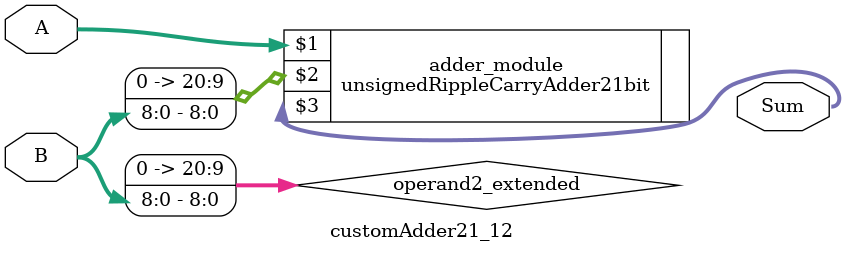
<source format=v>

module customAdder21_12(
                    input [20 : 0] A,
                    input [8 : 0] B,
                    
                    output [21 : 0] Sum
            );

    wire [20 : 0] operand2_extended;
    
    assign operand2_extended =  {12'b0, B};
    
    unsignedRippleCarryAdder21bit adder_module(
        A,
        operand2_extended,
        Sum
    );
    
endmodule
        
</source>
